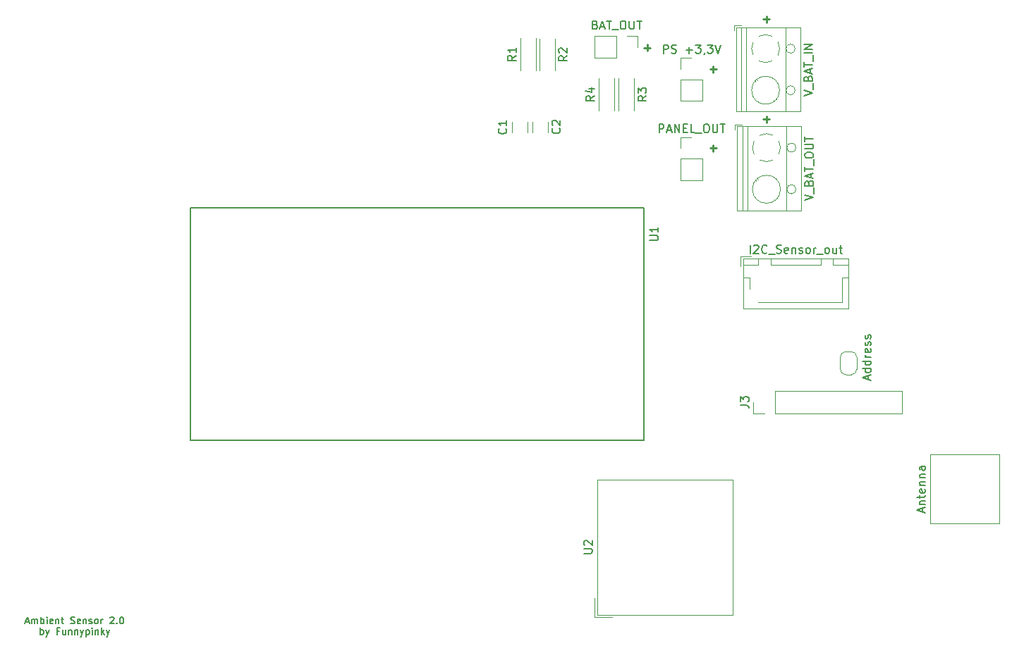
<source format=gbr>
%TF.GenerationSoftware,KiCad,Pcbnew,6.0.2+dfsg-1*%
%TF.CreationDate,2023-05-08T14:40:52+02:00*%
%TF.ProjectId,sensor,73656e73-6f72-42e6-9b69-6361645f7063,rev?*%
%TF.SameCoordinates,Original*%
%TF.FileFunction,Legend,Top*%
%TF.FilePolarity,Positive*%
%FSLAX46Y46*%
G04 Gerber Fmt 4.6, Leading zero omitted, Abs format (unit mm)*
G04 Created by KiCad (PCBNEW 6.0.2+dfsg-1) date 2023-05-08 14:40:52*
%MOMM*%
%LPD*%
G01*
G04 APERTURE LIST*
%ADD10C,0.152400*%
%ADD11C,0.250000*%
%ADD12C,0.150000*%
%ADD13C,0.120000*%
%ADD14C,0.127000*%
G04 APERTURE END LIST*
D10*
X69566876Y-107181162D02*
X69953923Y-107181162D01*
X69489466Y-107413391D02*
X69760400Y-106600591D01*
X70031333Y-107413391D01*
X70302266Y-107413391D02*
X70302266Y-106871524D01*
X70302266Y-106948934D02*
X70340971Y-106910229D01*
X70418380Y-106871524D01*
X70534495Y-106871524D01*
X70611904Y-106910229D01*
X70650609Y-106987638D01*
X70650609Y-107413391D01*
X70650609Y-106987638D02*
X70689314Y-106910229D01*
X70766723Y-106871524D01*
X70882838Y-106871524D01*
X70960247Y-106910229D01*
X70998952Y-106987638D01*
X70998952Y-107413391D01*
X71386000Y-107413391D02*
X71386000Y-106600591D01*
X71386000Y-106910229D02*
X71463409Y-106871524D01*
X71618228Y-106871524D01*
X71695638Y-106910229D01*
X71734342Y-106948934D01*
X71773047Y-107026343D01*
X71773047Y-107258572D01*
X71734342Y-107335981D01*
X71695638Y-107374686D01*
X71618228Y-107413391D01*
X71463409Y-107413391D01*
X71386000Y-107374686D01*
X72121390Y-107413391D02*
X72121390Y-106871524D01*
X72121390Y-106600591D02*
X72082685Y-106639296D01*
X72121390Y-106678000D01*
X72160095Y-106639296D01*
X72121390Y-106600591D01*
X72121390Y-106678000D01*
X72818076Y-107374686D02*
X72740666Y-107413391D01*
X72585847Y-107413391D01*
X72508438Y-107374686D01*
X72469733Y-107297276D01*
X72469733Y-106987638D01*
X72508438Y-106910229D01*
X72585847Y-106871524D01*
X72740666Y-106871524D01*
X72818076Y-106910229D01*
X72856780Y-106987638D01*
X72856780Y-107065048D01*
X72469733Y-107142457D01*
X73205123Y-106871524D02*
X73205123Y-107413391D01*
X73205123Y-106948934D02*
X73243828Y-106910229D01*
X73321238Y-106871524D01*
X73437352Y-106871524D01*
X73514761Y-106910229D01*
X73553466Y-106987638D01*
X73553466Y-107413391D01*
X73824400Y-106871524D02*
X74134038Y-106871524D01*
X73940514Y-106600591D02*
X73940514Y-107297276D01*
X73979219Y-107374686D01*
X74056628Y-107413391D01*
X74134038Y-107413391D01*
X74985542Y-107374686D02*
X75101657Y-107413391D01*
X75295180Y-107413391D01*
X75372590Y-107374686D01*
X75411295Y-107335981D01*
X75450000Y-107258572D01*
X75450000Y-107181162D01*
X75411295Y-107103753D01*
X75372590Y-107065048D01*
X75295180Y-107026343D01*
X75140361Y-106987638D01*
X75062952Y-106948934D01*
X75024247Y-106910229D01*
X74985542Y-106832819D01*
X74985542Y-106755410D01*
X75024247Y-106678000D01*
X75062952Y-106639296D01*
X75140361Y-106600591D01*
X75333885Y-106600591D01*
X75450000Y-106639296D01*
X76107980Y-107374686D02*
X76030571Y-107413391D01*
X75875752Y-107413391D01*
X75798342Y-107374686D01*
X75759638Y-107297276D01*
X75759638Y-106987638D01*
X75798342Y-106910229D01*
X75875752Y-106871524D01*
X76030571Y-106871524D01*
X76107980Y-106910229D01*
X76146685Y-106987638D01*
X76146685Y-107065048D01*
X75759638Y-107142457D01*
X76495028Y-106871524D02*
X76495028Y-107413391D01*
X76495028Y-106948934D02*
X76533733Y-106910229D01*
X76611142Y-106871524D01*
X76727257Y-106871524D01*
X76804666Y-106910229D01*
X76843371Y-106987638D01*
X76843371Y-107413391D01*
X77191714Y-107374686D02*
X77269123Y-107413391D01*
X77423942Y-107413391D01*
X77501352Y-107374686D01*
X77540057Y-107297276D01*
X77540057Y-107258572D01*
X77501352Y-107181162D01*
X77423942Y-107142457D01*
X77307828Y-107142457D01*
X77230419Y-107103753D01*
X77191714Y-107026343D01*
X77191714Y-106987638D01*
X77230419Y-106910229D01*
X77307828Y-106871524D01*
X77423942Y-106871524D01*
X77501352Y-106910229D01*
X78004514Y-107413391D02*
X77927104Y-107374686D01*
X77888400Y-107335981D01*
X77849695Y-107258572D01*
X77849695Y-107026343D01*
X77888400Y-106948934D01*
X77927104Y-106910229D01*
X78004514Y-106871524D01*
X78120628Y-106871524D01*
X78198038Y-106910229D01*
X78236742Y-106948934D01*
X78275447Y-107026343D01*
X78275447Y-107258572D01*
X78236742Y-107335981D01*
X78198038Y-107374686D01*
X78120628Y-107413391D01*
X78004514Y-107413391D01*
X78623790Y-107413391D02*
X78623790Y-106871524D01*
X78623790Y-107026343D02*
X78662495Y-106948934D01*
X78701200Y-106910229D01*
X78778609Y-106871524D01*
X78856019Y-106871524D01*
X79707523Y-106678000D02*
X79746228Y-106639296D01*
X79823638Y-106600591D01*
X80017161Y-106600591D01*
X80094571Y-106639296D01*
X80133276Y-106678000D01*
X80171980Y-106755410D01*
X80171980Y-106832819D01*
X80133276Y-106948934D01*
X79668819Y-107413391D01*
X80171980Y-107413391D01*
X80520323Y-107335981D02*
X80559028Y-107374686D01*
X80520323Y-107413391D01*
X80481619Y-107374686D01*
X80520323Y-107335981D01*
X80520323Y-107413391D01*
X81062190Y-106600591D02*
X81139600Y-106600591D01*
X81217009Y-106639296D01*
X81255714Y-106678000D01*
X81294419Y-106755410D01*
X81333123Y-106910229D01*
X81333123Y-107103753D01*
X81294419Y-107258572D01*
X81255714Y-107335981D01*
X81217009Y-107374686D01*
X81139600Y-107413391D01*
X81062190Y-107413391D01*
X80984780Y-107374686D01*
X80946076Y-107335981D01*
X80907371Y-107258572D01*
X80868666Y-107103753D01*
X80868666Y-106910229D01*
X80907371Y-106755410D01*
X80946076Y-106678000D01*
X80984780Y-106639296D01*
X81062190Y-106600591D01*
X71327942Y-108721999D02*
X71327942Y-107909199D01*
X71327942Y-108218837D02*
X71405352Y-108180132D01*
X71560171Y-108180132D01*
X71637580Y-108218837D01*
X71676285Y-108257542D01*
X71714990Y-108334951D01*
X71714990Y-108567180D01*
X71676285Y-108644589D01*
X71637580Y-108683294D01*
X71560171Y-108721999D01*
X71405352Y-108721999D01*
X71327942Y-108683294D01*
X71985923Y-108180132D02*
X72179447Y-108721999D01*
X72372971Y-108180132D02*
X72179447Y-108721999D01*
X72102038Y-108915523D01*
X72063333Y-108954227D01*
X71985923Y-108992932D01*
X73572819Y-108296246D02*
X73301885Y-108296246D01*
X73301885Y-108721999D02*
X73301885Y-107909199D01*
X73688933Y-107909199D01*
X74346914Y-108180132D02*
X74346914Y-108721999D01*
X73998571Y-108180132D02*
X73998571Y-108605884D01*
X74037276Y-108683294D01*
X74114685Y-108721999D01*
X74230800Y-108721999D01*
X74308209Y-108683294D01*
X74346914Y-108644589D01*
X74733961Y-108180132D02*
X74733961Y-108721999D01*
X74733961Y-108257542D02*
X74772666Y-108218837D01*
X74850076Y-108180132D01*
X74966190Y-108180132D01*
X75043600Y-108218837D01*
X75082304Y-108296246D01*
X75082304Y-108721999D01*
X75469352Y-108180132D02*
X75469352Y-108721999D01*
X75469352Y-108257542D02*
X75508057Y-108218837D01*
X75585466Y-108180132D01*
X75701580Y-108180132D01*
X75778990Y-108218837D01*
X75817695Y-108296246D01*
X75817695Y-108721999D01*
X76127333Y-108180132D02*
X76320857Y-108721999D01*
X76514380Y-108180132D02*
X76320857Y-108721999D01*
X76243447Y-108915523D01*
X76204742Y-108954227D01*
X76127333Y-108992932D01*
X76824019Y-108180132D02*
X76824019Y-108992932D01*
X76824019Y-108218837D02*
X76901428Y-108180132D01*
X77056247Y-108180132D01*
X77133657Y-108218837D01*
X77172361Y-108257542D01*
X77211066Y-108334951D01*
X77211066Y-108567180D01*
X77172361Y-108644589D01*
X77133657Y-108683294D01*
X77056247Y-108721999D01*
X76901428Y-108721999D01*
X76824019Y-108683294D01*
X77559409Y-108721999D02*
X77559409Y-108180132D01*
X77559409Y-107909199D02*
X77520704Y-107947904D01*
X77559409Y-107986608D01*
X77598114Y-107947904D01*
X77559409Y-107909199D01*
X77559409Y-107986608D01*
X77946457Y-108180132D02*
X77946457Y-108721999D01*
X77946457Y-108257542D02*
X77985161Y-108218837D01*
X78062571Y-108180132D01*
X78178685Y-108180132D01*
X78256095Y-108218837D01*
X78294800Y-108296246D01*
X78294800Y-108721999D01*
X78681847Y-108721999D02*
X78681847Y-107909199D01*
X78759257Y-108412361D02*
X78991485Y-108721999D01*
X78991485Y-108180132D02*
X78681847Y-108489770D01*
X79262419Y-108180132D02*
X79455942Y-108721999D01*
X79649466Y-108180132D02*
X79455942Y-108721999D01*
X79378533Y-108915523D01*
X79339828Y-108954227D01*
X79262419Y-108992932D01*
D11*
X151719047Y-50271428D02*
X152480952Y-50271428D01*
X152100000Y-50652380D02*
X152100000Y-49890476D01*
X158119047Y-34771428D02*
X158880952Y-34771428D01*
X158500000Y-35152380D02*
X158500000Y-34390476D01*
X143819047Y-38171428D02*
X144580952Y-38171428D01*
X144200000Y-38552380D02*
X144200000Y-37790476D01*
X158119047Y-46771428D02*
X158880952Y-46771428D01*
X158500000Y-47152380D02*
X158500000Y-46390476D01*
X151719047Y-40771428D02*
X152480952Y-40771428D01*
X152100000Y-41152380D02*
X152100000Y-40390476D01*
D12*
%TO.C,I2C_Sensor_out*%
X156557619Y-62902380D02*
X156557619Y-61902380D01*
X156986190Y-61997619D02*
X157033809Y-61950000D01*
X157129047Y-61902380D01*
X157367142Y-61902380D01*
X157462380Y-61950000D01*
X157510000Y-61997619D01*
X157557619Y-62092857D01*
X157557619Y-62188095D01*
X157510000Y-62330952D01*
X156938571Y-62902380D01*
X157557619Y-62902380D01*
X158557619Y-62807142D02*
X158510000Y-62854761D01*
X158367142Y-62902380D01*
X158271904Y-62902380D01*
X158129047Y-62854761D01*
X158033809Y-62759523D01*
X157986190Y-62664285D01*
X157938571Y-62473809D01*
X157938571Y-62330952D01*
X157986190Y-62140476D01*
X158033809Y-62045238D01*
X158129047Y-61950000D01*
X158271904Y-61902380D01*
X158367142Y-61902380D01*
X158510000Y-61950000D01*
X158557619Y-61997619D01*
X158748095Y-62997619D02*
X159510000Y-62997619D01*
X159700476Y-62854761D02*
X159843333Y-62902380D01*
X160081428Y-62902380D01*
X160176666Y-62854761D01*
X160224285Y-62807142D01*
X160271904Y-62711904D01*
X160271904Y-62616666D01*
X160224285Y-62521428D01*
X160176666Y-62473809D01*
X160081428Y-62426190D01*
X159890952Y-62378571D01*
X159795714Y-62330952D01*
X159748095Y-62283333D01*
X159700476Y-62188095D01*
X159700476Y-62092857D01*
X159748095Y-61997619D01*
X159795714Y-61950000D01*
X159890952Y-61902380D01*
X160129047Y-61902380D01*
X160271904Y-61950000D01*
X161081428Y-62854761D02*
X160986190Y-62902380D01*
X160795714Y-62902380D01*
X160700476Y-62854761D01*
X160652857Y-62759523D01*
X160652857Y-62378571D01*
X160700476Y-62283333D01*
X160795714Y-62235714D01*
X160986190Y-62235714D01*
X161081428Y-62283333D01*
X161129047Y-62378571D01*
X161129047Y-62473809D01*
X160652857Y-62569047D01*
X161557619Y-62235714D02*
X161557619Y-62902380D01*
X161557619Y-62330952D02*
X161605238Y-62283333D01*
X161700476Y-62235714D01*
X161843333Y-62235714D01*
X161938571Y-62283333D01*
X161986190Y-62378571D01*
X161986190Y-62902380D01*
X162414761Y-62854761D02*
X162510000Y-62902380D01*
X162700476Y-62902380D01*
X162795714Y-62854761D01*
X162843333Y-62759523D01*
X162843333Y-62711904D01*
X162795714Y-62616666D01*
X162700476Y-62569047D01*
X162557619Y-62569047D01*
X162462380Y-62521428D01*
X162414761Y-62426190D01*
X162414761Y-62378571D01*
X162462380Y-62283333D01*
X162557619Y-62235714D01*
X162700476Y-62235714D01*
X162795714Y-62283333D01*
X163414761Y-62902380D02*
X163319523Y-62854761D01*
X163271904Y-62807142D01*
X163224285Y-62711904D01*
X163224285Y-62426190D01*
X163271904Y-62330952D01*
X163319523Y-62283333D01*
X163414761Y-62235714D01*
X163557619Y-62235714D01*
X163652857Y-62283333D01*
X163700476Y-62330952D01*
X163748095Y-62426190D01*
X163748095Y-62711904D01*
X163700476Y-62807142D01*
X163652857Y-62854761D01*
X163557619Y-62902380D01*
X163414761Y-62902380D01*
X164176666Y-62902380D02*
X164176666Y-62235714D01*
X164176666Y-62426190D02*
X164224285Y-62330952D01*
X164271904Y-62283333D01*
X164367142Y-62235714D01*
X164462380Y-62235714D01*
X164557619Y-62997619D02*
X165319523Y-62997619D01*
X165700476Y-62902380D02*
X165605238Y-62854761D01*
X165557619Y-62807142D01*
X165510000Y-62711904D01*
X165510000Y-62426190D01*
X165557619Y-62330952D01*
X165605238Y-62283333D01*
X165700476Y-62235714D01*
X165843333Y-62235714D01*
X165938571Y-62283333D01*
X165986190Y-62330952D01*
X166033809Y-62426190D01*
X166033809Y-62711904D01*
X165986190Y-62807142D01*
X165938571Y-62854761D01*
X165843333Y-62902380D01*
X165700476Y-62902380D01*
X166890952Y-62235714D02*
X166890952Y-62902380D01*
X166462380Y-62235714D02*
X166462380Y-62759523D01*
X166510000Y-62854761D01*
X166605238Y-62902380D01*
X166748095Y-62902380D01*
X166843333Y-62854761D01*
X166890952Y-62807142D01*
X167224285Y-62235714D02*
X167605238Y-62235714D01*
X167367142Y-61902380D02*
X167367142Y-62759523D01*
X167414761Y-62854761D01*
X167510000Y-62902380D01*
X167605238Y-62902380D01*
%TO.C,R2*%
X134572380Y-39166666D02*
X134096190Y-39500000D01*
X134572380Y-39738095D02*
X133572380Y-39738095D01*
X133572380Y-39357142D01*
X133620000Y-39261904D01*
X133667619Y-39214285D01*
X133762857Y-39166666D01*
X133905714Y-39166666D01*
X134000952Y-39214285D01*
X134048571Y-39261904D01*
X134096190Y-39357142D01*
X134096190Y-39738095D01*
X133667619Y-38785714D02*
X133620000Y-38738095D01*
X133572380Y-38642857D01*
X133572380Y-38404761D01*
X133620000Y-38309523D01*
X133667619Y-38261904D01*
X133762857Y-38214285D01*
X133858095Y-38214285D01*
X134000952Y-38261904D01*
X134572380Y-38833333D01*
X134572380Y-38214285D01*
%TO.C,V_BAT_IN*%
X163012380Y-43966666D02*
X164012380Y-43633333D01*
X163012380Y-43300000D01*
X164107619Y-43204761D02*
X164107619Y-42442857D01*
X163488571Y-41871428D02*
X163536190Y-41728571D01*
X163583809Y-41680952D01*
X163679047Y-41633333D01*
X163821904Y-41633333D01*
X163917142Y-41680952D01*
X163964761Y-41728571D01*
X164012380Y-41823809D01*
X164012380Y-42204761D01*
X163012380Y-42204761D01*
X163012380Y-41871428D01*
X163060000Y-41776190D01*
X163107619Y-41728571D01*
X163202857Y-41680952D01*
X163298095Y-41680952D01*
X163393333Y-41728571D01*
X163440952Y-41776190D01*
X163488571Y-41871428D01*
X163488571Y-42204761D01*
X163726666Y-41252380D02*
X163726666Y-40776190D01*
X164012380Y-41347619D02*
X163012380Y-41014285D01*
X164012380Y-40680952D01*
X163012380Y-40490476D02*
X163012380Y-39919047D01*
X164012380Y-40204761D02*
X163012380Y-40204761D01*
X164107619Y-39823809D02*
X164107619Y-39061904D01*
X164012380Y-38823809D02*
X163012380Y-38823809D01*
X164012380Y-38347619D02*
X163012380Y-38347619D01*
X164012380Y-37776190D01*
X163012380Y-37776190D01*
%TO.C,C2*%
X133657142Y-47866666D02*
X133704761Y-47914285D01*
X133752380Y-48057142D01*
X133752380Y-48152380D01*
X133704761Y-48295238D01*
X133609523Y-48390476D01*
X133514285Y-48438095D01*
X133323809Y-48485714D01*
X133180952Y-48485714D01*
X132990476Y-48438095D01*
X132895238Y-48390476D01*
X132800000Y-48295238D01*
X132752380Y-48152380D01*
X132752380Y-48057142D01*
X132800000Y-47914285D01*
X132847619Y-47866666D01*
X132847619Y-47485714D02*
X132800000Y-47438095D01*
X132752380Y-47342857D01*
X132752380Y-47104761D01*
X132800000Y-47009523D01*
X132847619Y-46961904D01*
X132942857Y-46914285D01*
X133038095Y-46914285D01*
X133180952Y-46961904D01*
X133752380Y-47533333D01*
X133752380Y-46914285D01*
%TO.C,V_BAT_OUT*%
X163112380Y-56533333D02*
X164112380Y-56200000D01*
X163112380Y-55866666D01*
X164207619Y-55771428D02*
X164207619Y-55009523D01*
X163588571Y-54438095D02*
X163636190Y-54295238D01*
X163683809Y-54247619D01*
X163779047Y-54200000D01*
X163921904Y-54200000D01*
X164017142Y-54247619D01*
X164064761Y-54295238D01*
X164112380Y-54390476D01*
X164112380Y-54771428D01*
X163112380Y-54771428D01*
X163112380Y-54438095D01*
X163160000Y-54342857D01*
X163207619Y-54295238D01*
X163302857Y-54247619D01*
X163398095Y-54247619D01*
X163493333Y-54295238D01*
X163540952Y-54342857D01*
X163588571Y-54438095D01*
X163588571Y-54771428D01*
X163826666Y-53819047D02*
X163826666Y-53342857D01*
X164112380Y-53914285D02*
X163112380Y-53580952D01*
X164112380Y-53247619D01*
X163112380Y-53057142D02*
X163112380Y-52485714D01*
X164112380Y-52771428D02*
X163112380Y-52771428D01*
X164207619Y-52390476D02*
X164207619Y-51628571D01*
X163112380Y-51200000D02*
X163112380Y-51009523D01*
X163160000Y-50914285D01*
X163255238Y-50819047D01*
X163445714Y-50771428D01*
X163779047Y-50771428D01*
X163969523Y-50819047D01*
X164064761Y-50914285D01*
X164112380Y-51009523D01*
X164112380Y-51200000D01*
X164064761Y-51295238D01*
X163969523Y-51390476D01*
X163779047Y-51438095D01*
X163445714Y-51438095D01*
X163255238Y-51390476D01*
X163160000Y-51295238D01*
X163112380Y-51200000D01*
X163112380Y-50342857D02*
X163921904Y-50342857D01*
X164017142Y-50295238D01*
X164064761Y-50247619D01*
X164112380Y-50152380D01*
X164112380Y-49961904D01*
X164064761Y-49866666D01*
X164017142Y-49819047D01*
X163921904Y-49771428D01*
X163112380Y-49771428D01*
X163112380Y-49438095D02*
X163112380Y-48866666D01*
X164112380Y-49152380D02*
X163112380Y-49152380D01*
%TO.C,PS +3\u002C3V*%
X146142857Y-38847380D02*
X146142857Y-37847380D01*
X146523809Y-37847380D01*
X146619047Y-37895000D01*
X146666666Y-37942619D01*
X146714285Y-38037857D01*
X146714285Y-38180714D01*
X146666666Y-38275952D01*
X146619047Y-38323571D01*
X146523809Y-38371190D01*
X146142857Y-38371190D01*
X147095238Y-38799761D02*
X147238095Y-38847380D01*
X147476190Y-38847380D01*
X147571428Y-38799761D01*
X147619047Y-38752142D01*
X147666666Y-38656904D01*
X147666666Y-38561666D01*
X147619047Y-38466428D01*
X147571428Y-38418809D01*
X147476190Y-38371190D01*
X147285714Y-38323571D01*
X147190476Y-38275952D01*
X147142857Y-38228333D01*
X147095238Y-38133095D01*
X147095238Y-38037857D01*
X147142857Y-37942619D01*
X147190476Y-37895000D01*
X147285714Y-37847380D01*
X147523809Y-37847380D01*
X147666666Y-37895000D01*
X148857142Y-38466428D02*
X149619047Y-38466428D01*
X149238095Y-38847380D02*
X149238095Y-38085476D01*
X150000000Y-37847380D02*
X150619047Y-37847380D01*
X150285714Y-38228333D01*
X150428571Y-38228333D01*
X150523809Y-38275952D01*
X150571428Y-38323571D01*
X150619047Y-38418809D01*
X150619047Y-38656904D01*
X150571428Y-38752142D01*
X150523809Y-38799761D01*
X150428571Y-38847380D01*
X150142857Y-38847380D01*
X150047619Y-38799761D01*
X150000000Y-38752142D01*
X151095238Y-38799761D02*
X151095238Y-38847380D01*
X151047619Y-38942619D01*
X151000000Y-38990238D01*
X151428571Y-37847380D02*
X152047619Y-37847380D01*
X151714285Y-38228333D01*
X151857142Y-38228333D01*
X151952380Y-38275952D01*
X152000000Y-38323571D01*
X152047619Y-38418809D01*
X152047619Y-38656904D01*
X152000000Y-38752142D01*
X151952380Y-38799761D01*
X151857142Y-38847380D01*
X151571428Y-38847380D01*
X151476190Y-38799761D01*
X151428571Y-38752142D01*
X152333333Y-37847380D02*
X152666666Y-38847380D01*
X153000000Y-37847380D01*
%TO.C,PANEL_OUT*%
X145619047Y-48382380D02*
X145619047Y-47382380D01*
X146000000Y-47382380D01*
X146095238Y-47430000D01*
X146142857Y-47477619D01*
X146190476Y-47572857D01*
X146190476Y-47715714D01*
X146142857Y-47810952D01*
X146095238Y-47858571D01*
X146000000Y-47906190D01*
X145619047Y-47906190D01*
X146571428Y-48096666D02*
X147047619Y-48096666D01*
X146476190Y-48382380D02*
X146809523Y-47382380D01*
X147142857Y-48382380D01*
X147476190Y-48382380D02*
X147476190Y-47382380D01*
X148047619Y-48382380D01*
X148047619Y-47382380D01*
X148523809Y-47858571D02*
X148857142Y-47858571D01*
X149000000Y-48382380D02*
X148523809Y-48382380D01*
X148523809Y-47382380D01*
X149000000Y-47382380D01*
X149904761Y-48382380D02*
X149428571Y-48382380D01*
X149428571Y-47382380D01*
X150000000Y-48477619D02*
X150761904Y-48477619D01*
X151190476Y-47382380D02*
X151380952Y-47382380D01*
X151476190Y-47430000D01*
X151571428Y-47525238D01*
X151619047Y-47715714D01*
X151619047Y-48049047D01*
X151571428Y-48239523D01*
X151476190Y-48334761D01*
X151380952Y-48382380D01*
X151190476Y-48382380D01*
X151095238Y-48334761D01*
X151000000Y-48239523D01*
X150952380Y-48049047D01*
X150952380Y-47715714D01*
X151000000Y-47525238D01*
X151095238Y-47430000D01*
X151190476Y-47382380D01*
X152047619Y-47382380D02*
X152047619Y-48191904D01*
X152095238Y-48287142D01*
X152142857Y-48334761D01*
X152238095Y-48382380D01*
X152428571Y-48382380D01*
X152523809Y-48334761D01*
X152571428Y-48287142D01*
X152619047Y-48191904D01*
X152619047Y-47382380D01*
X152952380Y-47382380D02*
X153523809Y-47382380D01*
X153238095Y-48382380D02*
X153238095Y-47382380D01*
%TO.C,R4*%
X137832380Y-43966666D02*
X137356190Y-44300000D01*
X137832380Y-44538095D02*
X136832380Y-44538095D01*
X136832380Y-44157142D01*
X136880000Y-44061904D01*
X136927619Y-44014285D01*
X137022857Y-43966666D01*
X137165714Y-43966666D01*
X137260952Y-44014285D01*
X137308571Y-44061904D01*
X137356190Y-44157142D01*
X137356190Y-44538095D01*
X137165714Y-43109523D02*
X137832380Y-43109523D01*
X136784761Y-43347619D02*
X137499047Y-43585714D01*
X137499047Y-42966666D01*
%TO.C,R3*%
X144072380Y-43966666D02*
X143596190Y-44300000D01*
X144072380Y-44538095D02*
X143072380Y-44538095D01*
X143072380Y-44157142D01*
X143120000Y-44061904D01*
X143167619Y-44014285D01*
X143262857Y-43966666D01*
X143405714Y-43966666D01*
X143500952Y-44014285D01*
X143548571Y-44061904D01*
X143596190Y-44157142D01*
X143596190Y-44538095D01*
X143072380Y-43633333D02*
X143072380Y-43014285D01*
X143453333Y-43347619D01*
X143453333Y-43204761D01*
X143500952Y-43109523D01*
X143548571Y-43061904D01*
X143643809Y-43014285D01*
X143881904Y-43014285D01*
X143977142Y-43061904D01*
X144024761Y-43109523D01*
X144072380Y-43204761D01*
X144072380Y-43490476D01*
X144024761Y-43585714D01*
X143977142Y-43633333D01*
%TO.C,C1*%
X127207142Y-47916666D02*
X127254761Y-47964285D01*
X127302380Y-48107142D01*
X127302380Y-48202380D01*
X127254761Y-48345238D01*
X127159523Y-48440476D01*
X127064285Y-48488095D01*
X126873809Y-48535714D01*
X126730952Y-48535714D01*
X126540476Y-48488095D01*
X126445238Y-48440476D01*
X126350000Y-48345238D01*
X126302380Y-48202380D01*
X126302380Y-48107142D01*
X126350000Y-47964285D01*
X126397619Y-47916666D01*
X127302380Y-46964285D02*
X127302380Y-47535714D01*
X127302380Y-47250000D02*
X126302380Y-47250000D01*
X126445238Y-47345238D01*
X126540476Y-47440476D01*
X126588095Y-47535714D01*
%TO.C,R1*%
X128432380Y-39126666D02*
X127956190Y-39460000D01*
X128432380Y-39698095D02*
X127432380Y-39698095D01*
X127432380Y-39317142D01*
X127480000Y-39221904D01*
X127527619Y-39174285D01*
X127622857Y-39126666D01*
X127765714Y-39126666D01*
X127860952Y-39174285D01*
X127908571Y-39221904D01*
X127956190Y-39317142D01*
X127956190Y-39698095D01*
X128432380Y-38174285D02*
X128432380Y-38745714D01*
X128432380Y-38460000D02*
X127432380Y-38460000D01*
X127575238Y-38555238D01*
X127670476Y-38650476D01*
X127718095Y-38745714D01*
%TO.C,Address*%
X170726666Y-78090476D02*
X170726666Y-77614285D01*
X171012380Y-78185714D02*
X170012380Y-77852380D01*
X171012380Y-77519047D01*
X171012380Y-76757142D02*
X170012380Y-76757142D01*
X170964761Y-76757142D02*
X171012380Y-76852380D01*
X171012380Y-77042857D01*
X170964761Y-77138095D01*
X170917142Y-77185714D01*
X170821904Y-77233333D01*
X170536190Y-77233333D01*
X170440952Y-77185714D01*
X170393333Y-77138095D01*
X170345714Y-77042857D01*
X170345714Y-76852380D01*
X170393333Y-76757142D01*
X171012380Y-75852380D02*
X170012380Y-75852380D01*
X170964761Y-75852380D02*
X171012380Y-75947619D01*
X171012380Y-76138095D01*
X170964761Y-76233333D01*
X170917142Y-76280952D01*
X170821904Y-76328571D01*
X170536190Y-76328571D01*
X170440952Y-76280952D01*
X170393333Y-76233333D01*
X170345714Y-76138095D01*
X170345714Y-75947619D01*
X170393333Y-75852380D01*
X171012380Y-75376190D02*
X170345714Y-75376190D01*
X170536190Y-75376190D02*
X170440952Y-75328571D01*
X170393333Y-75280952D01*
X170345714Y-75185714D01*
X170345714Y-75090476D01*
X170964761Y-74376190D02*
X171012380Y-74471428D01*
X171012380Y-74661904D01*
X170964761Y-74757142D01*
X170869523Y-74804761D01*
X170488571Y-74804761D01*
X170393333Y-74757142D01*
X170345714Y-74661904D01*
X170345714Y-74471428D01*
X170393333Y-74376190D01*
X170488571Y-74328571D01*
X170583809Y-74328571D01*
X170679047Y-74804761D01*
X170964761Y-73947619D02*
X171012380Y-73852380D01*
X171012380Y-73661904D01*
X170964761Y-73566666D01*
X170869523Y-73519047D01*
X170821904Y-73519047D01*
X170726666Y-73566666D01*
X170679047Y-73661904D01*
X170679047Y-73804761D01*
X170631428Y-73900000D01*
X170536190Y-73947619D01*
X170488571Y-73947619D01*
X170393333Y-73900000D01*
X170345714Y-73804761D01*
X170345714Y-73661904D01*
X170393333Y-73566666D01*
X170964761Y-73138095D02*
X171012380Y-73042857D01*
X171012380Y-72852380D01*
X170964761Y-72757142D01*
X170869523Y-72709523D01*
X170821904Y-72709523D01*
X170726666Y-72757142D01*
X170679047Y-72852380D01*
X170679047Y-72995238D01*
X170631428Y-73090476D01*
X170536190Y-73138095D01*
X170488571Y-73138095D01*
X170393333Y-73090476D01*
X170345714Y-72995238D01*
X170345714Y-72852380D01*
X170393333Y-72757142D01*
%TO.C,BAT_OUT*%
X137952380Y-35428571D02*
X138095238Y-35476190D01*
X138142857Y-35523809D01*
X138190476Y-35619047D01*
X138190476Y-35761904D01*
X138142857Y-35857142D01*
X138095238Y-35904761D01*
X138000000Y-35952380D01*
X137619047Y-35952380D01*
X137619047Y-34952380D01*
X137952380Y-34952380D01*
X138047619Y-35000000D01*
X138095238Y-35047619D01*
X138142857Y-35142857D01*
X138142857Y-35238095D01*
X138095238Y-35333333D01*
X138047619Y-35380952D01*
X137952380Y-35428571D01*
X137619047Y-35428571D01*
X138571428Y-35666666D02*
X139047619Y-35666666D01*
X138476190Y-35952380D02*
X138809523Y-34952380D01*
X139142857Y-35952380D01*
X139333333Y-34952380D02*
X139904761Y-34952380D01*
X139619047Y-35952380D02*
X139619047Y-34952380D01*
X140000000Y-36047619D02*
X140761904Y-36047619D01*
X141190476Y-34952380D02*
X141380952Y-34952380D01*
X141476190Y-35000000D01*
X141571428Y-35095238D01*
X141619047Y-35285714D01*
X141619047Y-35619047D01*
X141571428Y-35809523D01*
X141476190Y-35904761D01*
X141380952Y-35952380D01*
X141190476Y-35952380D01*
X141095238Y-35904761D01*
X141000000Y-35809523D01*
X140952380Y-35619047D01*
X140952380Y-35285714D01*
X141000000Y-35095238D01*
X141095238Y-35000000D01*
X141190476Y-34952380D01*
X142047619Y-34952380D02*
X142047619Y-35761904D01*
X142095238Y-35857142D01*
X142142857Y-35904761D01*
X142238095Y-35952380D01*
X142428571Y-35952380D01*
X142523809Y-35904761D01*
X142571428Y-35857142D01*
X142619047Y-35761904D01*
X142619047Y-34952380D01*
X142952380Y-34952380D02*
X143523809Y-34952380D01*
X143238095Y-35952380D02*
X143238095Y-34952380D01*
%TO.C,U1*%
X144498214Y-61333023D02*
X145308050Y-61333023D01*
X145403325Y-61285386D01*
X145450963Y-61237749D01*
X145498600Y-61142474D01*
X145498600Y-60951924D01*
X145450963Y-60856649D01*
X145403325Y-60809012D01*
X145308050Y-60761374D01*
X144498214Y-60761374D01*
X145498600Y-59760988D02*
X145498600Y-60332637D01*
X145498600Y-60046813D02*
X144498214Y-60046813D01*
X144641126Y-60142088D01*
X144736401Y-60237363D01*
X144784039Y-60332637D01*
%TO.C,U2*%
X136574880Y-98969404D02*
X137384404Y-98969404D01*
X137479642Y-98921785D01*
X137527261Y-98874166D01*
X137574880Y-98778928D01*
X137574880Y-98588452D01*
X137527261Y-98493214D01*
X137479642Y-98445595D01*
X137384404Y-98397976D01*
X136574880Y-98397976D01*
X136670119Y-97969404D02*
X136622500Y-97921785D01*
X136574880Y-97826547D01*
X136574880Y-97588452D01*
X136622500Y-97493214D01*
X136670119Y-97445595D01*
X136765357Y-97397976D01*
X136860595Y-97397976D01*
X137003452Y-97445595D01*
X137574880Y-98017023D01*
X137574880Y-97397976D01*
%TO.C,Antenna*%
X177266666Y-94011904D02*
X177266666Y-93535714D01*
X177552380Y-94107142D02*
X176552380Y-93773809D01*
X177552380Y-93440476D01*
X176885714Y-93107142D02*
X177552380Y-93107142D01*
X176980952Y-93107142D02*
X176933333Y-93059523D01*
X176885714Y-92964285D01*
X176885714Y-92821428D01*
X176933333Y-92726190D01*
X177028571Y-92678571D01*
X177552380Y-92678571D01*
X176885714Y-92345238D02*
X176885714Y-91964285D01*
X176552380Y-92202380D02*
X177409523Y-92202380D01*
X177504761Y-92154761D01*
X177552380Y-92059523D01*
X177552380Y-91964285D01*
X177504761Y-91250000D02*
X177552380Y-91345238D01*
X177552380Y-91535714D01*
X177504761Y-91630952D01*
X177409523Y-91678571D01*
X177028571Y-91678571D01*
X176933333Y-91630952D01*
X176885714Y-91535714D01*
X176885714Y-91345238D01*
X176933333Y-91250000D01*
X177028571Y-91202380D01*
X177123809Y-91202380D01*
X177219047Y-91678571D01*
X176885714Y-90773809D02*
X177552380Y-90773809D01*
X176980952Y-90773809D02*
X176933333Y-90726190D01*
X176885714Y-90630952D01*
X176885714Y-90488095D01*
X176933333Y-90392857D01*
X177028571Y-90345238D01*
X177552380Y-90345238D01*
X176885714Y-89869047D02*
X177552380Y-89869047D01*
X176980952Y-89869047D02*
X176933333Y-89821428D01*
X176885714Y-89726190D01*
X176885714Y-89583333D01*
X176933333Y-89488095D01*
X177028571Y-89440476D01*
X177552380Y-89440476D01*
X177552380Y-88535714D02*
X177028571Y-88535714D01*
X176933333Y-88583333D01*
X176885714Y-88678571D01*
X176885714Y-88869047D01*
X176933333Y-88964285D01*
X177504761Y-88535714D02*
X177552380Y-88630952D01*
X177552380Y-88869047D01*
X177504761Y-88964285D01*
X177409523Y-89011904D01*
X177314285Y-89011904D01*
X177219047Y-88964285D01*
X177171428Y-88869047D01*
X177171428Y-88630952D01*
X177123809Y-88535714D01*
%TO.C,J3*%
X155362380Y-81133333D02*
X156076666Y-81133333D01*
X156219523Y-81180952D01*
X156314761Y-81276190D01*
X156362380Y-81419047D01*
X156362380Y-81514285D01*
X155362380Y-80752380D02*
X155362380Y-80133333D01*
X155743333Y-80466666D01*
X155743333Y-80323809D01*
X155790952Y-80228571D01*
X155838571Y-80180952D01*
X155933809Y-80133333D01*
X156171904Y-80133333D01*
X156267142Y-80180952D01*
X156314761Y-80228571D01*
X156362380Y-80323809D01*
X156362380Y-80609523D01*
X156314761Y-80704761D01*
X156267142Y-80752380D01*
D13*
%TO.C,I2C_Sensor_out*%
X157510000Y-63550000D02*
X155710000Y-63550000D01*
X162010000Y-68750000D02*
X157520000Y-68750000D01*
X165010000Y-63550000D02*
X159010000Y-63550000D01*
X155710000Y-63550000D02*
X155710000Y-64300000D01*
X166510000Y-63550000D02*
X166510000Y-64300000D01*
X155410000Y-63250000D02*
X155410000Y-64500000D01*
X165010000Y-64300000D02*
X165010000Y-63550000D01*
X159010000Y-63550000D02*
X159010000Y-64300000D01*
X157510000Y-64300000D02*
X157510000Y-63550000D01*
X166510000Y-64300000D02*
X168310000Y-64300000D01*
X155710000Y-64300000D02*
X157510000Y-64300000D01*
X159010000Y-64300000D02*
X165010000Y-64300000D01*
X168320000Y-69510000D02*
X168320000Y-63540000D01*
X155710000Y-65800000D02*
X156460000Y-65800000D01*
X168310000Y-65800000D02*
X167560000Y-65800000D01*
X167560000Y-68750000D02*
X162010000Y-68750000D01*
X168310000Y-64300000D02*
X168310000Y-63550000D01*
X167560000Y-65800000D02*
X167560000Y-68750000D01*
X155700000Y-63540000D02*
X155700000Y-69510000D01*
X155700000Y-69510000D02*
X168320000Y-69510000D01*
X168310000Y-63550000D02*
X166510000Y-63550000D01*
X168320000Y-63540000D02*
X155700000Y-63540000D01*
X156460000Y-65800000D02*
X156460000Y-67140000D01*
X156660000Y-63250000D02*
X155410000Y-63250000D01*
%TO.C,R2*%
X131280000Y-37080000D02*
X131280000Y-40920000D01*
X133120000Y-37080000D02*
X133120000Y-40920000D01*
%TO.C,V_BAT_IN*%
X159675000Y-44370000D02*
X159616000Y-44311000D01*
X157184000Y-42290000D02*
X157126000Y-42231000D01*
X154600000Y-35500000D02*
X154600000Y-36100000D01*
X154839000Y-35740000D02*
X154839000Y-45860000D01*
X162560000Y-35740000D02*
X154839000Y-35740000D01*
X155500000Y-35740000D02*
X155500000Y-45860000D01*
X155440000Y-35500000D02*
X154600000Y-35500000D01*
X157424000Y-42120000D02*
X157331000Y-42026000D01*
X156100000Y-35740000D02*
X156100000Y-45860000D01*
X162560000Y-35740000D02*
X162560000Y-45860000D01*
X160800000Y-35740000D02*
X160800000Y-45860000D01*
X159469000Y-44575000D02*
X159376000Y-44481000D01*
X162560000Y-45860000D02*
X154839000Y-45860000D01*
X159884000Y-39089000D02*
G75*
G03*
X159883953Y-37510911I-1483995J789000D01*
G01*
X159189000Y-36816000D02*
G75*
G03*
X157610911Y-36816047I-789000J-1483995D01*
G01*
X156916000Y-37511000D02*
G75*
G03*
X156719550Y-38329383I1483995J-788998D01*
G01*
X157611000Y-39784000D02*
G75*
G03*
X159189089Y-39783953I789000J1483995D01*
G01*
X156720000Y-38300000D02*
G75*
G03*
X156916648Y-39088712I1679991J-2D01*
G01*
X160080000Y-43300000D02*
G75*
G03*
X160080000Y-43300000I-1680000J0D01*
G01*
X161950000Y-43300000D02*
G75*
G03*
X161950000Y-43300000I-550000J0D01*
G01*
X161950000Y-38300000D02*
G75*
G03*
X161950000Y-38300000I-550000J0D01*
G01*
%TO.C,C2*%
X130430000Y-48379000D02*
X130430000Y-47121000D01*
X132270000Y-48379000D02*
X132270000Y-47121000D01*
%TO.C,V_BAT_OUT*%
X159569000Y-56475000D02*
X159476000Y-56381000D01*
X157284000Y-54190000D02*
X157226000Y-54131000D01*
X162660000Y-47640000D02*
X154939000Y-47640000D01*
X160900000Y-47640000D02*
X160900000Y-57760000D01*
X162660000Y-57760000D02*
X154939000Y-57760000D01*
X159775000Y-56270000D02*
X159716000Y-56211000D01*
X162660000Y-47640000D02*
X162660000Y-57760000D01*
X154700000Y-47400000D02*
X154700000Y-48000000D01*
X154939000Y-47640000D02*
X154939000Y-57760000D01*
X157524000Y-54020000D02*
X157431000Y-53926000D01*
X155540000Y-47400000D02*
X154700000Y-47400000D01*
X155600000Y-47640000D02*
X155600000Y-57760000D01*
X156200000Y-47640000D02*
X156200000Y-57760000D01*
X156820000Y-50200000D02*
G75*
G03*
X157016648Y-50988712I1679991J-2D01*
G01*
X159289000Y-48716000D02*
G75*
G03*
X157710911Y-48716047I-789000J-1483995D01*
G01*
X157711000Y-51684000D02*
G75*
G03*
X159289089Y-51683953I789000J1483995D01*
G01*
X157016000Y-49411000D02*
G75*
G03*
X156819550Y-50229383I1483995J-788998D01*
G01*
X159984000Y-50989000D02*
G75*
G03*
X159983953Y-49410911I-1483995J789000D01*
G01*
X162050000Y-50200000D02*
G75*
G03*
X162050000Y-50200000I-550000J0D01*
G01*
X162050000Y-55200000D02*
G75*
G03*
X162050000Y-55200000I-550000J0D01*
G01*
X160180000Y-55200000D02*
G75*
G03*
X160180000Y-55200000I-1680000J0D01*
G01*
%TO.C,PS +3\u002C3V*%
X148170000Y-41995000D02*
X148170000Y-44595000D01*
X148170000Y-41995000D02*
X150830000Y-41995000D01*
X148170000Y-40725000D02*
X148170000Y-39395000D01*
X148170000Y-39395000D02*
X149500000Y-39395000D01*
X148170000Y-44595000D02*
X150830000Y-44595000D01*
X150830000Y-41995000D02*
X150830000Y-44595000D01*
%TO.C,PANEL_OUT*%
X148170000Y-50260000D02*
X148170000Y-48930000D01*
X148170000Y-51530000D02*
X148170000Y-54130000D01*
X150830000Y-51530000D02*
X150830000Y-54130000D01*
X148170000Y-51530000D02*
X150830000Y-51530000D01*
X148170000Y-48930000D02*
X149500000Y-48930000D01*
X148170000Y-54130000D02*
X150830000Y-54130000D01*
%TO.C,R4*%
X140220000Y-45720000D02*
X140220000Y-41880000D01*
X138380000Y-45720000D02*
X138380000Y-41880000D01*
%TO.C,R3*%
X142620000Y-41880000D02*
X142620000Y-45720000D01*
X140780000Y-41880000D02*
X140780000Y-45720000D01*
%TO.C,C1*%
X129820000Y-48379000D02*
X129820000Y-47121000D01*
X127980000Y-48379000D02*
X127980000Y-47121000D01*
%TO.C,R1*%
X130820000Y-40880000D02*
X130820000Y-37040000D01*
X128980000Y-40880000D02*
X128980000Y-37040000D01*
%TO.C,Address*%
X169360000Y-75400000D02*
X169360000Y-76800000D01*
X168660000Y-77500000D02*
X168060000Y-77500000D01*
X167360000Y-76800000D02*
X167360000Y-75400000D01*
X168060000Y-74700000D02*
X168660000Y-74700000D01*
X169360000Y-75400000D02*
G75*
G03*
X168660000Y-74700000I-699999J1D01*
G01*
X167360000Y-76800000D02*
G75*
G03*
X168060000Y-77500000I699999J-1D01*
G01*
X168660000Y-77500000D02*
G75*
G03*
X169360000Y-76800000I1J699999D01*
G01*
X168060000Y-74700000D02*
G75*
G03*
X167360000Y-75400000I-1J-699999D01*
G01*
%TO.C,BAT_OUT*%
X140455000Y-36770000D02*
X137855000Y-36770000D01*
X143055000Y-36770000D02*
X143055000Y-38100000D01*
X141725000Y-36770000D02*
X143055000Y-36770000D01*
X137855000Y-36770000D02*
X137855000Y-39430000D01*
X140455000Y-39430000D02*
X137855000Y-39430000D01*
X140455000Y-36770000D02*
X140455000Y-39430000D01*
D14*
%TO.C,U1*%
X143750000Y-57450000D02*
X143750000Y-85350000D01*
X89350000Y-85350000D02*
X89350000Y-57450000D01*
X89350000Y-57450000D02*
X143750000Y-57450000D01*
X143750000Y-85350000D02*
X89350000Y-85350000D01*
D13*
%TO.C,U2*%
X138167500Y-106332500D02*
X138167500Y-90082500D01*
X138167500Y-90082500D02*
X154417500Y-90082500D01*
X137892500Y-106607500D02*
X137892500Y-104307500D01*
X154417500Y-90082500D02*
X154417500Y-106332500D01*
X139992500Y-106607500D02*
X137892500Y-106607500D01*
X154417500Y-106332500D02*
X138167500Y-106332500D01*
%TO.C,Antenna*%
X178150000Y-87100000D02*
X178150000Y-95400000D01*
X178150000Y-87100000D02*
X186450000Y-87100000D01*
X178150000Y-95400000D02*
X186450000Y-95400000D01*
X186450000Y-87100000D02*
X186450000Y-95400000D01*
%TO.C,J3*%
X159510000Y-79470000D02*
X174810000Y-79470000D01*
X159510000Y-82130000D02*
X174810000Y-82130000D01*
X158240000Y-82130000D02*
X156910000Y-82130000D01*
X159510000Y-82130000D02*
X159510000Y-79470000D01*
X156910000Y-82130000D02*
X156910000Y-80800000D01*
X174810000Y-82130000D02*
X174810000Y-79470000D01*
%TD*%
M02*

</source>
